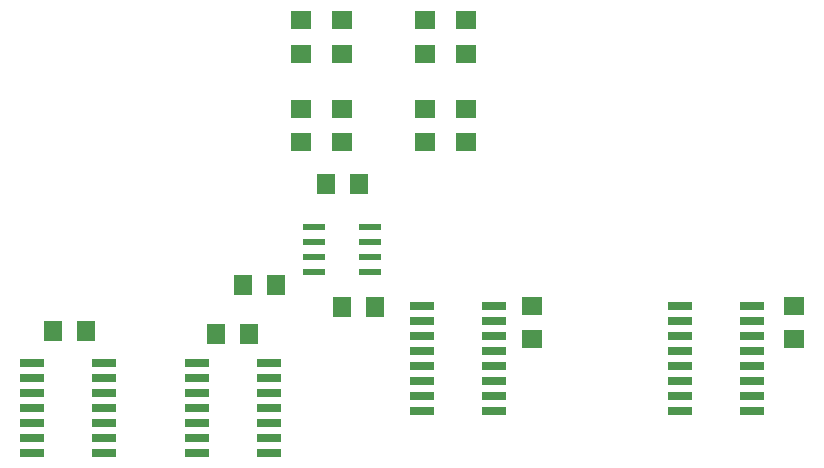
<source format=gtp>
G75*
G70*
%OFA0B0*%
%FSLAX24Y24*%
%IPPOS*%
%LPD*%
%AMOC8*
5,1,8,0,0,1.08239X$1,22.5*
%
%ADD10R,0.0800X0.0260*%
%ADD11R,0.0630X0.0709*%
%ADD12R,0.0709X0.0630*%
%ADD13R,0.0710X0.0630*%
%ADD14R,0.0780X0.0220*%
D10*
X012650Y007341D03*
X012650Y007841D03*
X012650Y008341D03*
X012650Y008841D03*
X012650Y009341D03*
X012650Y009841D03*
X012650Y010341D03*
X015070Y010341D03*
X015070Y009841D03*
X015070Y009341D03*
X015070Y008841D03*
X015070Y008341D03*
X015070Y007841D03*
X015070Y007341D03*
X018150Y007341D03*
X018150Y007841D03*
X018150Y008341D03*
X018150Y008841D03*
X018150Y009341D03*
X018150Y009841D03*
X018150Y010341D03*
X020570Y010341D03*
X020570Y009841D03*
X020570Y009341D03*
X020570Y008841D03*
X020570Y008341D03*
X020570Y007841D03*
X020570Y007341D03*
X025650Y008741D03*
X025650Y009241D03*
X025650Y009741D03*
X025650Y010241D03*
X025650Y010741D03*
X025650Y011241D03*
X025650Y011741D03*
X025650Y012241D03*
X028070Y012241D03*
X028070Y011741D03*
X028070Y011241D03*
X028070Y010741D03*
X028070Y010241D03*
X028070Y009741D03*
X028070Y009241D03*
X028070Y008741D03*
X034250Y008741D03*
X034250Y009241D03*
X034250Y009741D03*
X034250Y010241D03*
X034250Y010741D03*
X034250Y011241D03*
X034250Y011741D03*
X034250Y012241D03*
X036670Y012241D03*
X036670Y011741D03*
X036670Y011241D03*
X036670Y010741D03*
X036670Y010241D03*
X036670Y009741D03*
X036670Y009241D03*
X036670Y008741D03*
D11*
X024107Y012195D03*
X023005Y012195D03*
X020800Y012943D03*
X019698Y012943D03*
X019912Y011291D03*
X018809Y011291D03*
X014462Y011391D03*
X013359Y011391D03*
X022454Y016289D03*
X023556Y016289D03*
D12*
X023005Y017707D03*
X023005Y018809D03*
X021627Y018809D03*
X021627Y017707D03*
X025761Y017707D03*
X027139Y017707D03*
X027139Y018809D03*
X025761Y018809D03*
X029321Y012232D03*
X029321Y011129D03*
X038061Y011147D03*
X038061Y012249D03*
D13*
X027139Y020651D03*
X025761Y020651D03*
X025761Y021771D03*
X027139Y021771D03*
X023005Y021771D03*
X023005Y020651D03*
X021627Y020651D03*
X021627Y021771D03*
D14*
X022075Y014874D03*
X022075Y014374D03*
X022075Y013874D03*
X022075Y013374D03*
X023935Y013374D03*
X023935Y013874D03*
X023935Y014374D03*
X023935Y014874D03*
M02*

</source>
